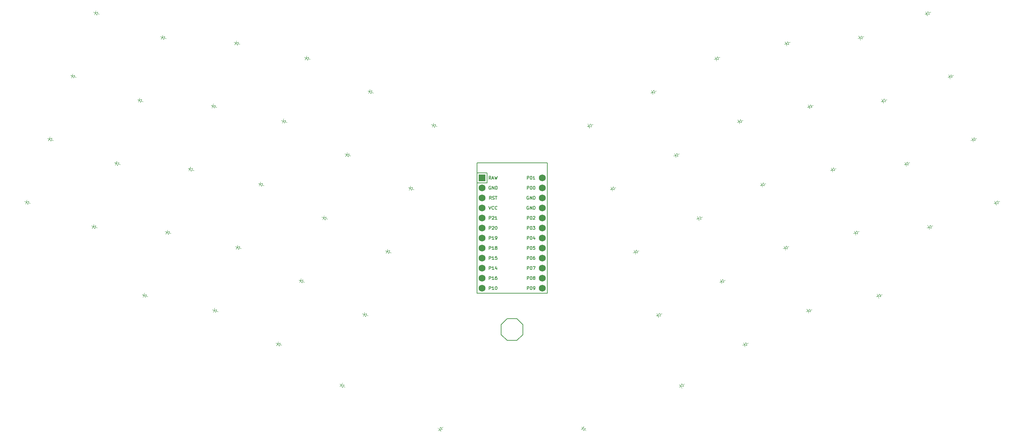
<source format=gbr>
%TF.GenerationSoftware,KiCad,Pcbnew,9.0.1*%
%TF.CreationDate,2025-04-16T06:47:59+07:00*%
%TF.ProjectId,tutorial,7475746f-7269-4616-9c2e-6b696361645f,v1.0.0*%
%TF.SameCoordinates,Original*%
%TF.FileFunction,Legend,Top*%
%TF.FilePolarity,Positive*%
%FSLAX46Y46*%
G04 Gerber Fmt 4.6, Leading zero omitted, Abs format (unit mm)*
G04 Created by KiCad (PCBNEW 9.0.1) date 2025-04-16 06:47:59*
%MOMM*%
%LPD*%
G01*
G04 APERTURE LIST*
%ADD10C,0.150000*%
%ADD11C,0.100000*%
%ADD12C,1.752600*%
%ADD13R,1.752600X1.752600*%
G04 APERTURE END LIST*
D10*
X190813668Y-145025511D02*
X190813668Y-144225511D01*
X190813668Y-144225511D02*
X191118430Y-144225511D01*
X191118430Y-144225511D02*
X191194620Y-144263606D01*
X191194620Y-144263606D02*
X191232715Y-144301701D01*
X191232715Y-144301701D02*
X191270811Y-144377892D01*
X191270811Y-144377892D02*
X191270811Y-144492177D01*
X191270811Y-144492177D02*
X191232715Y-144568368D01*
X191232715Y-144568368D02*
X191194620Y-144606463D01*
X191194620Y-144606463D02*
X191118430Y-144644558D01*
X191118430Y-144644558D02*
X190813668Y-144644558D01*
X191766049Y-144225511D02*
X191842239Y-144225511D01*
X191842239Y-144225511D02*
X191918430Y-144263606D01*
X191918430Y-144263606D02*
X191956525Y-144301701D01*
X191956525Y-144301701D02*
X191994620Y-144377892D01*
X191994620Y-144377892D02*
X192032715Y-144530273D01*
X192032715Y-144530273D02*
X192032715Y-144720749D01*
X192032715Y-144720749D02*
X191994620Y-144873130D01*
X191994620Y-144873130D02*
X191956525Y-144949320D01*
X191956525Y-144949320D02*
X191918430Y-144987416D01*
X191918430Y-144987416D02*
X191842239Y-145025511D01*
X191842239Y-145025511D02*
X191766049Y-145025511D01*
X191766049Y-145025511D02*
X191689858Y-144987416D01*
X191689858Y-144987416D02*
X191651763Y-144949320D01*
X191651763Y-144949320D02*
X191613668Y-144873130D01*
X191613668Y-144873130D02*
X191575572Y-144720749D01*
X191575572Y-144720749D02*
X191575572Y-144530273D01*
X191575572Y-144530273D02*
X191613668Y-144377892D01*
X191613668Y-144377892D02*
X191651763Y-144301701D01*
X191651763Y-144301701D02*
X191689858Y-144263606D01*
X191689858Y-144263606D02*
X191766049Y-144225511D01*
X192299382Y-144225511D02*
X192794620Y-144225511D01*
X192794620Y-144225511D02*
X192527954Y-144530273D01*
X192527954Y-144530273D02*
X192642239Y-144530273D01*
X192642239Y-144530273D02*
X192718430Y-144568368D01*
X192718430Y-144568368D02*
X192756525Y-144606463D01*
X192756525Y-144606463D02*
X192794620Y-144682654D01*
X192794620Y-144682654D02*
X192794620Y-144873130D01*
X192794620Y-144873130D02*
X192756525Y-144949320D01*
X192756525Y-144949320D02*
X192718430Y-144987416D01*
X192718430Y-144987416D02*
X192642239Y-145025511D01*
X192642239Y-145025511D02*
X192413668Y-145025511D01*
X192413668Y-145025511D02*
X192337477Y-144987416D01*
X192337477Y-144987416D02*
X192299382Y-144949320D01*
X190813667Y-160265511D02*
X190813667Y-159465511D01*
X190813667Y-159465511D02*
X191118429Y-159465511D01*
X191118429Y-159465511D02*
X191194619Y-159503606D01*
X191194619Y-159503606D02*
X191232714Y-159541701D01*
X191232714Y-159541701D02*
X191270810Y-159617892D01*
X191270810Y-159617892D02*
X191270810Y-159732177D01*
X191270810Y-159732177D02*
X191232714Y-159808368D01*
X191232714Y-159808368D02*
X191194619Y-159846463D01*
X191194619Y-159846463D02*
X191118429Y-159884558D01*
X191118429Y-159884558D02*
X190813667Y-159884558D01*
X191766048Y-159465511D02*
X191842238Y-159465511D01*
X191842238Y-159465511D02*
X191918429Y-159503606D01*
X191918429Y-159503606D02*
X191956524Y-159541701D01*
X191956524Y-159541701D02*
X191994619Y-159617892D01*
X191994619Y-159617892D02*
X192032714Y-159770273D01*
X192032714Y-159770273D02*
X192032714Y-159960749D01*
X192032714Y-159960749D02*
X191994619Y-160113130D01*
X191994619Y-160113130D02*
X191956524Y-160189320D01*
X191956524Y-160189320D02*
X191918429Y-160227416D01*
X191918429Y-160227416D02*
X191842238Y-160265511D01*
X191842238Y-160265511D02*
X191766048Y-160265511D01*
X191766048Y-160265511D02*
X191689857Y-160227416D01*
X191689857Y-160227416D02*
X191651762Y-160189320D01*
X191651762Y-160189320D02*
X191613667Y-160113130D01*
X191613667Y-160113130D02*
X191575571Y-159960749D01*
X191575571Y-159960749D02*
X191575571Y-159770273D01*
X191575571Y-159770273D02*
X191613667Y-159617892D01*
X191613667Y-159617892D02*
X191651762Y-159541701D01*
X191651762Y-159541701D02*
X191689857Y-159503606D01*
X191689857Y-159503606D02*
X191766048Y-159465511D01*
X192413667Y-160265511D02*
X192566048Y-160265511D01*
X192566048Y-160265511D02*
X192642238Y-160227416D01*
X192642238Y-160227416D02*
X192680334Y-160189320D01*
X192680334Y-160189320D02*
X192756524Y-160075035D01*
X192756524Y-160075035D02*
X192794619Y-159922654D01*
X192794619Y-159922654D02*
X192794619Y-159617892D01*
X192794619Y-159617892D02*
X192756524Y-159541701D01*
X192756524Y-159541701D02*
X192718429Y-159503606D01*
X192718429Y-159503606D02*
X192642238Y-159465511D01*
X192642238Y-159465511D02*
X192489857Y-159465511D01*
X192489857Y-159465511D02*
X192413667Y-159503606D01*
X192413667Y-159503606D02*
X192375572Y-159541701D01*
X192375572Y-159541701D02*
X192337476Y-159617892D01*
X192337476Y-159617892D02*
X192337476Y-159808368D01*
X192337476Y-159808368D02*
X192375572Y-159884558D01*
X192375572Y-159884558D02*
X192413667Y-159922654D01*
X192413667Y-159922654D02*
X192489857Y-159960749D01*
X192489857Y-159960749D02*
X192642238Y-159960749D01*
X192642238Y-159960749D02*
X192718429Y-159922654D01*
X192718429Y-159922654D02*
X192756524Y-159884558D01*
X192756524Y-159884558D02*
X192794619Y-159808368D01*
X181213671Y-142485516D02*
X181213671Y-141685516D01*
X181213671Y-141685516D02*
X181518433Y-141685516D01*
X181518433Y-141685516D02*
X181594623Y-141723611D01*
X181594623Y-141723611D02*
X181632718Y-141761706D01*
X181632718Y-141761706D02*
X181670814Y-141837897D01*
X181670814Y-141837897D02*
X181670814Y-141952182D01*
X181670814Y-141952182D02*
X181632718Y-142028373D01*
X181632718Y-142028373D02*
X181594623Y-142066468D01*
X181594623Y-142066468D02*
X181518433Y-142104563D01*
X181518433Y-142104563D02*
X181213671Y-142104563D01*
X181975575Y-141761706D02*
X182013671Y-141723611D01*
X182013671Y-141723611D02*
X182089861Y-141685516D01*
X182089861Y-141685516D02*
X182280337Y-141685516D01*
X182280337Y-141685516D02*
X182356528Y-141723611D01*
X182356528Y-141723611D02*
X182394623Y-141761706D01*
X182394623Y-141761706D02*
X182432718Y-141837897D01*
X182432718Y-141837897D02*
X182432718Y-141914087D01*
X182432718Y-141914087D02*
X182394623Y-142028373D01*
X182394623Y-142028373D02*
X181937480Y-142485516D01*
X181937480Y-142485516D02*
X182432718Y-142485516D01*
X183194623Y-142485516D02*
X182737480Y-142485516D01*
X182966052Y-142485516D02*
X182966052Y-141685516D01*
X182966052Y-141685516D02*
X182889861Y-141799801D01*
X182889861Y-141799801D02*
X182813671Y-141875992D01*
X182813671Y-141875992D02*
X182737480Y-141914087D01*
X181575569Y-134103614D02*
X181499379Y-134065519D01*
X181499379Y-134065519D02*
X181385093Y-134065519D01*
X181385093Y-134065519D02*
X181270807Y-134103614D01*
X181270807Y-134103614D02*
X181194617Y-134179804D01*
X181194617Y-134179804D02*
X181156522Y-134255995D01*
X181156522Y-134255995D02*
X181118426Y-134408376D01*
X181118426Y-134408376D02*
X181118426Y-134522662D01*
X181118426Y-134522662D02*
X181156522Y-134675043D01*
X181156522Y-134675043D02*
X181194617Y-134751233D01*
X181194617Y-134751233D02*
X181270807Y-134827424D01*
X181270807Y-134827424D02*
X181385093Y-134865519D01*
X181385093Y-134865519D02*
X181461284Y-134865519D01*
X181461284Y-134865519D02*
X181575569Y-134827424D01*
X181575569Y-134827424D02*
X181613665Y-134789328D01*
X181613665Y-134789328D02*
X181613665Y-134522662D01*
X181613665Y-134522662D02*
X181461284Y-134522662D01*
X181956522Y-134865519D02*
X181956522Y-134065519D01*
X181956522Y-134065519D02*
X182413665Y-134865519D01*
X182413665Y-134865519D02*
X182413665Y-134065519D01*
X182794617Y-134865519D02*
X182794617Y-134065519D01*
X182794617Y-134065519D02*
X182985093Y-134065519D01*
X182985093Y-134065519D02*
X183099379Y-134103614D01*
X183099379Y-134103614D02*
X183175569Y-134179804D01*
X183175569Y-134179804D02*
X183213664Y-134255995D01*
X183213664Y-134255995D02*
X183251760Y-134408376D01*
X183251760Y-134408376D02*
X183251760Y-134522662D01*
X183251760Y-134522662D02*
X183213664Y-134675043D01*
X183213664Y-134675043D02*
X183175569Y-134751233D01*
X183175569Y-134751233D02*
X183099379Y-134827424D01*
X183099379Y-134827424D02*
X182985093Y-134865519D01*
X182985093Y-134865519D02*
X182794617Y-134865519D01*
X181632715Y-132325517D02*
X181366048Y-131944564D01*
X181175572Y-132325517D02*
X181175572Y-131525517D01*
X181175572Y-131525517D02*
X181480334Y-131525517D01*
X181480334Y-131525517D02*
X181556524Y-131563612D01*
X181556524Y-131563612D02*
X181594619Y-131601707D01*
X181594619Y-131601707D02*
X181632715Y-131677898D01*
X181632715Y-131677898D02*
X181632715Y-131792183D01*
X181632715Y-131792183D02*
X181594619Y-131868374D01*
X181594619Y-131868374D02*
X181556524Y-131906469D01*
X181556524Y-131906469D02*
X181480334Y-131944564D01*
X181480334Y-131944564D02*
X181175572Y-131944564D01*
X181937476Y-132096945D02*
X182318429Y-132096945D01*
X181861286Y-132325517D02*
X182127953Y-131525517D01*
X182127953Y-131525517D02*
X182394619Y-132325517D01*
X182585095Y-131525517D02*
X182775571Y-132325517D01*
X182775571Y-132325517D02*
X182927952Y-131754088D01*
X182927952Y-131754088D02*
X183080333Y-132325517D01*
X183080333Y-132325517D02*
X183270810Y-131525517D01*
X190813668Y-155185512D02*
X190813668Y-154385512D01*
X190813668Y-154385512D02*
X191118430Y-154385512D01*
X191118430Y-154385512D02*
X191194620Y-154423607D01*
X191194620Y-154423607D02*
X191232715Y-154461702D01*
X191232715Y-154461702D02*
X191270811Y-154537893D01*
X191270811Y-154537893D02*
X191270811Y-154652178D01*
X191270811Y-154652178D02*
X191232715Y-154728369D01*
X191232715Y-154728369D02*
X191194620Y-154766464D01*
X191194620Y-154766464D02*
X191118430Y-154804559D01*
X191118430Y-154804559D02*
X190813668Y-154804559D01*
X191766049Y-154385512D02*
X191842239Y-154385512D01*
X191842239Y-154385512D02*
X191918430Y-154423607D01*
X191918430Y-154423607D02*
X191956525Y-154461702D01*
X191956525Y-154461702D02*
X191994620Y-154537893D01*
X191994620Y-154537893D02*
X192032715Y-154690274D01*
X192032715Y-154690274D02*
X192032715Y-154880750D01*
X192032715Y-154880750D02*
X191994620Y-155033131D01*
X191994620Y-155033131D02*
X191956525Y-155109321D01*
X191956525Y-155109321D02*
X191918430Y-155147417D01*
X191918430Y-155147417D02*
X191842239Y-155185512D01*
X191842239Y-155185512D02*
X191766049Y-155185512D01*
X191766049Y-155185512D02*
X191689858Y-155147417D01*
X191689858Y-155147417D02*
X191651763Y-155109321D01*
X191651763Y-155109321D02*
X191613668Y-155033131D01*
X191613668Y-155033131D02*
X191575572Y-154880750D01*
X191575572Y-154880750D02*
X191575572Y-154690274D01*
X191575572Y-154690274D02*
X191613668Y-154537893D01*
X191613668Y-154537893D02*
X191651763Y-154461702D01*
X191651763Y-154461702D02*
X191689858Y-154423607D01*
X191689858Y-154423607D02*
X191766049Y-154385512D01*
X192299382Y-154385512D02*
X192832716Y-154385512D01*
X192832716Y-154385512D02*
X192489858Y-155185512D01*
X181213666Y-147565517D02*
X181213666Y-146765517D01*
X181213666Y-146765517D02*
X181518428Y-146765517D01*
X181518428Y-146765517D02*
X181594618Y-146803612D01*
X181594618Y-146803612D02*
X181632713Y-146841707D01*
X181632713Y-146841707D02*
X181670809Y-146917898D01*
X181670809Y-146917898D02*
X181670809Y-147032183D01*
X181670809Y-147032183D02*
X181632713Y-147108374D01*
X181632713Y-147108374D02*
X181594618Y-147146469D01*
X181594618Y-147146469D02*
X181518428Y-147184564D01*
X181518428Y-147184564D02*
X181213666Y-147184564D01*
X182432713Y-147565517D02*
X181975570Y-147565517D01*
X182204142Y-147565517D02*
X182204142Y-146765517D01*
X182204142Y-146765517D02*
X182127951Y-146879802D01*
X182127951Y-146879802D02*
X182051761Y-146955993D01*
X182051761Y-146955993D02*
X181975570Y-146994088D01*
X182813666Y-147565517D02*
X182966047Y-147565517D01*
X182966047Y-147565517D02*
X183042237Y-147527422D01*
X183042237Y-147527422D02*
X183080333Y-147489326D01*
X183080333Y-147489326D02*
X183156523Y-147375041D01*
X183156523Y-147375041D02*
X183194618Y-147222660D01*
X183194618Y-147222660D02*
X183194618Y-146917898D01*
X183194618Y-146917898D02*
X183156523Y-146841707D01*
X183156523Y-146841707D02*
X183118428Y-146803612D01*
X183118428Y-146803612D02*
X183042237Y-146765517D01*
X183042237Y-146765517D02*
X182889856Y-146765517D01*
X182889856Y-146765517D02*
X182813666Y-146803612D01*
X182813666Y-146803612D02*
X182775571Y-146841707D01*
X182775571Y-146841707D02*
X182737475Y-146917898D01*
X182737475Y-146917898D02*
X182737475Y-147108374D01*
X182737475Y-147108374D02*
X182775571Y-147184564D01*
X182775571Y-147184564D02*
X182813666Y-147222660D01*
X182813666Y-147222660D02*
X182889856Y-147260755D01*
X182889856Y-147260755D02*
X183042237Y-147260755D01*
X183042237Y-147260755D02*
X183118428Y-147222660D01*
X183118428Y-147222660D02*
X183156523Y-147184564D01*
X183156523Y-147184564D02*
X183194618Y-147108374D01*
X181213664Y-160265518D02*
X181213664Y-159465518D01*
X181213664Y-159465518D02*
X181518426Y-159465518D01*
X181518426Y-159465518D02*
X181594616Y-159503613D01*
X181594616Y-159503613D02*
X181632711Y-159541708D01*
X181632711Y-159541708D02*
X181670807Y-159617899D01*
X181670807Y-159617899D02*
X181670807Y-159732184D01*
X181670807Y-159732184D02*
X181632711Y-159808375D01*
X181632711Y-159808375D02*
X181594616Y-159846470D01*
X181594616Y-159846470D02*
X181518426Y-159884565D01*
X181518426Y-159884565D02*
X181213664Y-159884565D01*
X182432711Y-160265518D02*
X181975568Y-160265518D01*
X182204140Y-160265518D02*
X182204140Y-159465518D01*
X182204140Y-159465518D02*
X182127949Y-159579803D01*
X182127949Y-159579803D02*
X182051759Y-159655994D01*
X182051759Y-159655994D02*
X181975568Y-159694089D01*
X182927950Y-159465518D02*
X183004140Y-159465518D01*
X183004140Y-159465518D02*
X183080331Y-159503613D01*
X183080331Y-159503613D02*
X183118426Y-159541708D01*
X183118426Y-159541708D02*
X183156521Y-159617899D01*
X183156521Y-159617899D02*
X183194616Y-159770280D01*
X183194616Y-159770280D02*
X183194616Y-159960756D01*
X183194616Y-159960756D02*
X183156521Y-160113137D01*
X183156521Y-160113137D02*
X183118426Y-160189327D01*
X183118426Y-160189327D02*
X183080331Y-160227423D01*
X183080331Y-160227423D02*
X183004140Y-160265518D01*
X183004140Y-160265518D02*
X182927950Y-160265518D01*
X182927950Y-160265518D02*
X182851759Y-160227423D01*
X182851759Y-160227423D02*
X182813664Y-160189327D01*
X182813664Y-160189327D02*
X182775569Y-160113137D01*
X182775569Y-160113137D02*
X182737473Y-159960756D01*
X182737473Y-159960756D02*
X182737473Y-159770280D01*
X182737473Y-159770280D02*
X182775569Y-159617899D01*
X182775569Y-159617899D02*
X182813664Y-159541708D01*
X182813664Y-159541708D02*
X182851759Y-159503613D01*
X182851759Y-159503613D02*
X182927950Y-159465518D01*
X191175570Y-136643611D02*
X191099380Y-136605516D01*
X191099380Y-136605516D02*
X190985094Y-136605516D01*
X190985094Y-136605516D02*
X190870808Y-136643611D01*
X190870808Y-136643611D02*
X190794618Y-136719801D01*
X190794618Y-136719801D02*
X190756523Y-136795992D01*
X190756523Y-136795992D02*
X190718427Y-136948373D01*
X190718427Y-136948373D02*
X190718427Y-137062659D01*
X190718427Y-137062659D02*
X190756523Y-137215040D01*
X190756523Y-137215040D02*
X190794618Y-137291230D01*
X190794618Y-137291230D02*
X190870808Y-137367421D01*
X190870808Y-137367421D02*
X190985094Y-137405516D01*
X190985094Y-137405516D02*
X191061285Y-137405516D01*
X191061285Y-137405516D02*
X191175570Y-137367421D01*
X191175570Y-137367421D02*
X191213666Y-137329325D01*
X191213666Y-137329325D02*
X191213666Y-137062659D01*
X191213666Y-137062659D02*
X191061285Y-137062659D01*
X191556523Y-137405516D02*
X191556523Y-136605516D01*
X191556523Y-136605516D02*
X192013666Y-137405516D01*
X192013666Y-137405516D02*
X192013666Y-136605516D01*
X192394618Y-137405516D02*
X192394618Y-136605516D01*
X192394618Y-136605516D02*
X192585094Y-136605516D01*
X192585094Y-136605516D02*
X192699380Y-136643611D01*
X192699380Y-136643611D02*
X192775570Y-136719801D01*
X192775570Y-136719801D02*
X192813665Y-136795992D01*
X192813665Y-136795992D02*
X192851761Y-136948373D01*
X192851761Y-136948373D02*
X192851761Y-137062659D01*
X192851761Y-137062659D02*
X192813665Y-137215040D01*
X192813665Y-137215040D02*
X192775570Y-137291230D01*
X192775570Y-137291230D02*
X192699380Y-137367421D01*
X192699380Y-137367421D02*
X192585094Y-137405516D01*
X192585094Y-137405516D02*
X192394618Y-137405516D01*
X190813670Y-157725509D02*
X190813670Y-156925509D01*
X190813670Y-156925509D02*
X191118432Y-156925509D01*
X191118432Y-156925509D02*
X191194622Y-156963604D01*
X191194622Y-156963604D02*
X191232717Y-157001699D01*
X191232717Y-157001699D02*
X191270813Y-157077890D01*
X191270813Y-157077890D02*
X191270813Y-157192175D01*
X191270813Y-157192175D02*
X191232717Y-157268366D01*
X191232717Y-157268366D02*
X191194622Y-157306461D01*
X191194622Y-157306461D02*
X191118432Y-157344556D01*
X191118432Y-157344556D02*
X190813670Y-157344556D01*
X191766051Y-156925509D02*
X191842241Y-156925509D01*
X191842241Y-156925509D02*
X191918432Y-156963604D01*
X191918432Y-156963604D02*
X191956527Y-157001699D01*
X191956527Y-157001699D02*
X191994622Y-157077890D01*
X191994622Y-157077890D02*
X192032717Y-157230271D01*
X192032717Y-157230271D02*
X192032717Y-157420747D01*
X192032717Y-157420747D02*
X191994622Y-157573128D01*
X191994622Y-157573128D02*
X191956527Y-157649318D01*
X191956527Y-157649318D02*
X191918432Y-157687414D01*
X191918432Y-157687414D02*
X191842241Y-157725509D01*
X191842241Y-157725509D02*
X191766051Y-157725509D01*
X191766051Y-157725509D02*
X191689860Y-157687414D01*
X191689860Y-157687414D02*
X191651765Y-157649318D01*
X191651765Y-157649318D02*
X191613670Y-157573128D01*
X191613670Y-157573128D02*
X191575574Y-157420747D01*
X191575574Y-157420747D02*
X191575574Y-157230271D01*
X191575574Y-157230271D02*
X191613670Y-157077890D01*
X191613670Y-157077890D02*
X191651765Y-157001699D01*
X191651765Y-157001699D02*
X191689860Y-156963604D01*
X191689860Y-156963604D02*
X191766051Y-156925509D01*
X192489860Y-157268366D02*
X192413670Y-157230271D01*
X192413670Y-157230271D02*
X192375575Y-157192175D01*
X192375575Y-157192175D02*
X192337479Y-157115985D01*
X192337479Y-157115985D02*
X192337479Y-157077890D01*
X192337479Y-157077890D02*
X192375575Y-157001699D01*
X192375575Y-157001699D02*
X192413670Y-156963604D01*
X192413670Y-156963604D02*
X192489860Y-156925509D01*
X192489860Y-156925509D02*
X192642241Y-156925509D01*
X192642241Y-156925509D02*
X192718432Y-156963604D01*
X192718432Y-156963604D02*
X192756527Y-157001699D01*
X192756527Y-157001699D02*
X192794622Y-157077890D01*
X192794622Y-157077890D02*
X192794622Y-157115985D01*
X192794622Y-157115985D02*
X192756527Y-157192175D01*
X192756527Y-157192175D02*
X192718432Y-157230271D01*
X192718432Y-157230271D02*
X192642241Y-157268366D01*
X192642241Y-157268366D02*
X192489860Y-157268366D01*
X192489860Y-157268366D02*
X192413670Y-157306461D01*
X192413670Y-157306461D02*
X192375575Y-157344556D01*
X192375575Y-157344556D02*
X192337479Y-157420747D01*
X192337479Y-157420747D02*
X192337479Y-157573128D01*
X192337479Y-157573128D02*
X192375575Y-157649318D01*
X192375575Y-157649318D02*
X192413670Y-157687414D01*
X192413670Y-157687414D02*
X192489860Y-157725509D01*
X192489860Y-157725509D02*
X192642241Y-157725509D01*
X192642241Y-157725509D02*
X192718432Y-157687414D01*
X192718432Y-157687414D02*
X192756527Y-157649318D01*
X192756527Y-157649318D02*
X192794622Y-157573128D01*
X192794622Y-157573128D02*
X192794622Y-157420747D01*
X192794622Y-157420747D02*
X192756527Y-157344556D01*
X192756527Y-157344556D02*
X192718432Y-157306461D01*
X192718432Y-157306461D02*
X192642241Y-157268366D01*
X190813672Y-134865509D02*
X190813672Y-134065509D01*
X190813672Y-134065509D02*
X191118434Y-134065509D01*
X191118434Y-134065509D02*
X191194624Y-134103604D01*
X191194624Y-134103604D02*
X191232719Y-134141699D01*
X191232719Y-134141699D02*
X191270815Y-134217890D01*
X191270815Y-134217890D02*
X191270815Y-134332175D01*
X191270815Y-134332175D02*
X191232719Y-134408366D01*
X191232719Y-134408366D02*
X191194624Y-134446461D01*
X191194624Y-134446461D02*
X191118434Y-134484556D01*
X191118434Y-134484556D02*
X190813672Y-134484556D01*
X191766053Y-134065509D02*
X191842243Y-134065509D01*
X191842243Y-134065509D02*
X191918434Y-134103604D01*
X191918434Y-134103604D02*
X191956529Y-134141699D01*
X191956529Y-134141699D02*
X191994624Y-134217890D01*
X191994624Y-134217890D02*
X192032719Y-134370271D01*
X192032719Y-134370271D02*
X192032719Y-134560747D01*
X192032719Y-134560747D02*
X191994624Y-134713128D01*
X191994624Y-134713128D02*
X191956529Y-134789318D01*
X191956529Y-134789318D02*
X191918434Y-134827414D01*
X191918434Y-134827414D02*
X191842243Y-134865509D01*
X191842243Y-134865509D02*
X191766053Y-134865509D01*
X191766053Y-134865509D02*
X191689862Y-134827414D01*
X191689862Y-134827414D02*
X191651767Y-134789318D01*
X191651767Y-134789318D02*
X191613672Y-134713128D01*
X191613672Y-134713128D02*
X191575576Y-134560747D01*
X191575576Y-134560747D02*
X191575576Y-134370271D01*
X191575576Y-134370271D02*
X191613672Y-134217890D01*
X191613672Y-134217890D02*
X191651767Y-134141699D01*
X191651767Y-134141699D02*
X191689862Y-134103604D01*
X191689862Y-134103604D02*
X191766053Y-134065509D01*
X192527958Y-134065509D02*
X192604148Y-134065509D01*
X192604148Y-134065509D02*
X192680339Y-134103604D01*
X192680339Y-134103604D02*
X192718434Y-134141699D01*
X192718434Y-134141699D02*
X192756529Y-134217890D01*
X192756529Y-134217890D02*
X192794624Y-134370271D01*
X192794624Y-134370271D02*
X192794624Y-134560747D01*
X192794624Y-134560747D02*
X192756529Y-134713128D01*
X192756529Y-134713128D02*
X192718434Y-134789318D01*
X192718434Y-134789318D02*
X192680339Y-134827414D01*
X192680339Y-134827414D02*
X192604148Y-134865509D01*
X192604148Y-134865509D02*
X192527958Y-134865509D01*
X192527958Y-134865509D02*
X192451767Y-134827414D01*
X192451767Y-134827414D02*
X192413672Y-134789318D01*
X192413672Y-134789318D02*
X192375577Y-134713128D01*
X192375577Y-134713128D02*
X192337481Y-134560747D01*
X192337481Y-134560747D02*
X192337481Y-134370271D01*
X192337481Y-134370271D02*
X192375577Y-134217890D01*
X192375577Y-134217890D02*
X192413672Y-134141699D01*
X192413672Y-134141699D02*
X192451767Y-134103604D01*
X192451767Y-134103604D02*
X192527958Y-134065509D01*
X190813668Y-142485519D02*
X190813668Y-141685519D01*
X190813668Y-141685519D02*
X191118430Y-141685519D01*
X191118430Y-141685519D02*
X191194620Y-141723614D01*
X191194620Y-141723614D02*
X191232715Y-141761709D01*
X191232715Y-141761709D02*
X191270811Y-141837900D01*
X191270811Y-141837900D02*
X191270811Y-141952185D01*
X191270811Y-141952185D02*
X191232715Y-142028376D01*
X191232715Y-142028376D02*
X191194620Y-142066471D01*
X191194620Y-142066471D02*
X191118430Y-142104566D01*
X191118430Y-142104566D02*
X190813668Y-142104566D01*
X191766049Y-141685519D02*
X191842239Y-141685519D01*
X191842239Y-141685519D02*
X191918430Y-141723614D01*
X191918430Y-141723614D02*
X191956525Y-141761709D01*
X191956525Y-141761709D02*
X191994620Y-141837900D01*
X191994620Y-141837900D02*
X192032715Y-141990281D01*
X192032715Y-141990281D02*
X192032715Y-142180757D01*
X192032715Y-142180757D02*
X191994620Y-142333138D01*
X191994620Y-142333138D02*
X191956525Y-142409328D01*
X191956525Y-142409328D02*
X191918430Y-142447424D01*
X191918430Y-142447424D02*
X191842239Y-142485519D01*
X191842239Y-142485519D02*
X191766049Y-142485519D01*
X191766049Y-142485519D02*
X191689858Y-142447424D01*
X191689858Y-142447424D02*
X191651763Y-142409328D01*
X191651763Y-142409328D02*
X191613668Y-142333138D01*
X191613668Y-142333138D02*
X191575572Y-142180757D01*
X191575572Y-142180757D02*
X191575572Y-141990281D01*
X191575572Y-141990281D02*
X191613668Y-141837900D01*
X191613668Y-141837900D02*
X191651763Y-141761709D01*
X191651763Y-141761709D02*
X191689858Y-141723614D01*
X191689858Y-141723614D02*
X191766049Y-141685519D01*
X192337477Y-141761709D02*
X192375573Y-141723614D01*
X192375573Y-141723614D02*
X192451763Y-141685519D01*
X192451763Y-141685519D02*
X192642239Y-141685519D01*
X192642239Y-141685519D02*
X192718430Y-141723614D01*
X192718430Y-141723614D02*
X192756525Y-141761709D01*
X192756525Y-141761709D02*
X192794620Y-141837900D01*
X192794620Y-141837900D02*
X192794620Y-141914090D01*
X192794620Y-141914090D02*
X192756525Y-142028376D01*
X192756525Y-142028376D02*
X192299382Y-142485519D01*
X192299382Y-142485519D02*
X192794620Y-142485519D01*
X190813668Y-152645516D02*
X190813668Y-151845516D01*
X190813668Y-151845516D02*
X191118430Y-151845516D01*
X191118430Y-151845516D02*
X191194620Y-151883611D01*
X191194620Y-151883611D02*
X191232715Y-151921706D01*
X191232715Y-151921706D02*
X191270811Y-151997897D01*
X191270811Y-151997897D02*
X191270811Y-152112182D01*
X191270811Y-152112182D02*
X191232715Y-152188373D01*
X191232715Y-152188373D02*
X191194620Y-152226468D01*
X191194620Y-152226468D02*
X191118430Y-152264563D01*
X191118430Y-152264563D02*
X190813668Y-152264563D01*
X191766049Y-151845516D02*
X191842239Y-151845516D01*
X191842239Y-151845516D02*
X191918430Y-151883611D01*
X191918430Y-151883611D02*
X191956525Y-151921706D01*
X191956525Y-151921706D02*
X191994620Y-151997897D01*
X191994620Y-151997897D02*
X192032715Y-152150278D01*
X192032715Y-152150278D02*
X192032715Y-152340754D01*
X192032715Y-152340754D02*
X191994620Y-152493135D01*
X191994620Y-152493135D02*
X191956525Y-152569325D01*
X191956525Y-152569325D02*
X191918430Y-152607421D01*
X191918430Y-152607421D02*
X191842239Y-152645516D01*
X191842239Y-152645516D02*
X191766049Y-152645516D01*
X191766049Y-152645516D02*
X191689858Y-152607421D01*
X191689858Y-152607421D02*
X191651763Y-152569325D01*
X191651763Y-152569325D02*
X191613668Y-152493135D01*
X191613668Y-152493135D02*
X191575572Y-152340754D01*
X191575572Y-152340754D02*
X191575572Y-152150278D01*
X191575572Y-152150278D02*
X191613668Y-151997897D01*
X191613668Y-151997897D02*
X191651763Y-151921706D01*
X191651763Y-151921706D02*
X191689858Y-151883611D01*
X191689858Y-151883611D02*
X191766049Y-151845516D01*
X192718430Y-151845516D02*
X192566049Y-151845516D01*
X192566049Y-151845516D02*
X192489858Y-151883611D01*
X192489858Y-151883611D02*
X192451763Y-151921706D01*
X192451763Y-151921706D02*
X192375573Y-152035992D01*
X192375573Y-152035992D02*
X192337477Y-152188373D01*
X192337477Y-152188373D02*
X192337477Y-152493135D01*
X192337477Y-152493135D02*
X192375573Y-152569325D01*
X192375573Y-152569325D02*
X192413668Y-152607421D01*
X192413668Y-152607421D02*
X192489858Y-152645516D01*
X192489858Y-152645516D02*
X192642239Y-152645516D01*
X192642239Y-152645516D02*
X192718430Y-152607421D01*
X192718430Y-152607421D02*
X192756525Y-152569325D01*
X192756525Y-152569325D02*
X192794620Y-152493135D01*
X192794620Y-152493135D02*
X192794620Y-152302659D01*
X192794620Y-152302659D02*
X192756525Y-152226468D01*
X192756525Y-152226468D02*
X192718430Y-152188373D01*
X192718430Y-152188373D02*
X192642239Y-152150278D01*
X192642239Y-152150278D02*
X192489858Y-152150278D01*
X192489858Y-152150278D02*
X192413668Y-152188373D01*
X192413668Y-152188373D02*
X192375573Y-152226468D01*
X192375573Y-152226468D02*
X192337477Y-152302659D01*
X181747000Y-137405516D02*
X181480333Y-137024563D01*
X181289857Y-137405516D02*
X181289857Y-136605516D01*
X181289857Y-136605516D02*
X181594619Y-136605516D01*
X181594619Y-136605516D02*
X181670809Y-136643611D01*
X181670809Y-136643611D02*
X181708904Y-136681706D01*
X181708904Y-136681706D02*
X181747000Y-136757897D01*
X181747000Y-136757897D02*
X181747000Y-136872182D01*
X181747000Y-136872182D02*
X181708904Y-136948373D01*
X181708904Y-136948373D02*
X181670809Y-136986468D01*
X181670809Y-136986468D02*
X181594619Y-137024563D01*
X181594619Y-137024563D02*
X181289857Y-137024563D01*
X182051761Y-137367421D02*
X182166047Y-137405516D01*
X182166047Y-137405516D02*
X182356523Y-137405516D01*
X182356523Y-137405516D02*
X182432714Y-137367421D01*
X182432714Y-137367421D02*
X182470809Y-137329325D01*
X182470809Y-137329325D02*
X182508904Y-137253135D01*
X182508904Y-137253135D02*
X182508904Y-137176944D01*
X182508904Y-137176944D02*
X182470809Y-137100754D01*
X182470809Y-137100754D02*
X182432714Y-137062659D01*
X182432714Y-137062659D02*
X182356523Y-137024563D01*
X182356523Y-137024563D02*
X182204142Y-136986468D01*
X182204142Y-136986468D02*
X182127952Y-136948373D01*
X182127952Y-136948373D02*
X182089857Y-136910278D01*
X182089857Y-136910278D02*
X182051761Y-136834087D01*
X182051761Y-136834087D02*
X182051761Y-136757897D01*
X182051761Y-136757897D02*
X182089857Y-136681706D01*
X182089857Y-136681706D02*
X182127952Y-136643611D01*
X182127952Y-136643611D02*
X182204142Y-136605516D01*
X182204142Y-136605516D02*
X182394619Y-136605516D01*
X182394619Y-136605516D02*
X182508904Y-136643611D01*
X182737476Y-136605516D02*
X183194619Y-136605516D01*
X182966047Y-137405516D02*
X182966047Y-136605516D01*
X190813663Y-150105512D02*
X190813663Y-149305512D01*
X190813663Y-149305512D02*
X191118425Y-149305512D01*
X191118425Y-149305512D02*
X191194615Y-149343607D01*
X191194615Y-149343607D02*
X191232710Y-149381702D01*
X191232710Y-149381702D02*
X191270806Y-149457893D01*
X191270806Y-149457893D02*
X191270806Y-149572178D01*
X191270806Y-149572178D02*
X191232710Y-149648369D01*
X191232710Y-149648369D02*
X191194615Y-149686464D01*
X191194615Y-149686464D02*
X191118425Y-149724559D01*
X191118425Y-149724559D02*
X190813663Y-149724559D01*
X191766044Y-149305512D02*
X191842234Y-149305512D01*
X191842234Y-149305512D02*
X191918425Y-149343607D01*
X191918425Y-149343607D02*
X191956520Y-149381702D01*
X191956520Y-149381702D02*
X191994615Y-149457893D01*
X191994615Y-149457893D02*
X192032710Y-149610274D01*
X192032710Y-149610274D02*
X192032710Y-149800750D01*
X192032710Y-149800750D02*
X191994615Y-149953131D01*
X191994615Y-149953131D02*
X191956520Y-150029321D01*
X191956520Y-150029321D02*
X191918425Y-150067417D01*
X191918425Y-150067417D02*
X191842234Y-150105512D01*
X191842234Y-150105512D02*
X191766044Y-150105512D01*
X191766044Y-150105512D02*
X191689853Y-150067417D01*
X191689853Y-150067417D02*
X191651758Y-150029321D01*
X191651758Y-150029321D02*
X191613663Y-149953131D01*
X191613663Y-149953131D02*
X191575567Y-149800750D01*
X191575567Y-149800750D02*
X191575567Y-149610274D01*
X191575567Y-149610274D02*
X191613663Y-149457893D01*
X191613663Y-149457893D02*
X191651758Y-149381702D01*
X191651758Y-149381702D02*
X191689853Y-149343607D01*
X191689853Y-149343607D02*
X191766044Y-149305512D01*
X192756520Y-149305512D02*
X192375568Y-149305512D01*
X192375568Y-149305512D02*
X192337472Y-149686464D01*
X192337472Y-149686464D02*
X192375568Y-149648369D01*
X192375568Y-149648369D02*
X192451758Y-149610274D01*
X192451758Y-149610274D02*
X192642234Y-149610274D01*
X192642234Y-149610274D02*
X192718425Y-149648369D01*
X192718425Y-149648369D02*
X192756520Y-149686464D01*
X192756520Y-149686464D02*
X192794615Y-149762655D01*
X192794615Y-149762655D02*
X192794615Y-149953131D01*
X192794615Y-149953131D02*
X192756520Y-150029321D01*
X192756520Y-150029321D02*
X192718425Y-150067417D01*
X192718425Y-150067417D02*
X192642234Y-150105512D01*
X192642234Y-150105512D02*
X192451758Y-150105512D01*
X192451758Y-150105512D02*
X192375568Y-150067417D01*
X192375568Y-150067417D02*
X192337472Y-150029321D01*
X181213665Y-145025516D02*
X181213665Y-144225516D01*
X181213665Y-144225516D02*
X181518427Y-144225516D01*
X181518427Y-144225516D02*
X181594617Y-144263611D01*
X181594617Y-144263611D02*
X181632712Y-144301706D01*
X181632712Y-144301706D02*
X181670808Y-144377897D01*
X181670808Y-144377897D02*
X181670808Y-144492182D01*
X181670808Y-144492182D02*
X181632712Y-144568373D01*
X181632712Y-144568373D02*
X181594617Y-144606468D01*
X181594617Y-144606468D02*
X181518427Y-144644563D01*
X181518427Y-144644563D02*
X181213665Y-144644563D01*
X181975569Y-144301706D02*
X182013665Y-144263611D01*
X182013665Y-144263611D02*
X182089855Y-144225516D01*
X182089855Y-144225516D02*
X182280331Y-144225516D01*
X182280331Y-144225516D02*
X182356522Y-144263611D01*
X182356522Y-144263611D02*
X182394617Y-144301706D01*
X182394617Y-144301706D02*
X182432712Y-144377897D01*
X182432712Y-144377897D02*
X182432712Y-144454087D01*
X182432712Y-144454087D02*
X182394617Y-144568373D01*
X182394617Y-144568373D02*
X181937474Y-145025516D01*
X181937474Y-145025516D02*
X182432712Y-145025516D01*
X182927951Y-144225516D02*
X183004141Y-144225516D01*
X183004141Y-144225516D02*
X183080332Y-144263611D01*
X183080332Y-144263611D02*
X183118427Y-144301706D01*
X183118427Y-144301706D02*
X183156522Y-144377897D01*
X183156522Y-144377897D02*
X183194617Y-144530278D01*
X183194617Y-144530278D02*
X183194617Y-144720754D01*
X183194617Y-144720754D02*
X183156522Y-144873135D01*
X183156522Y-144873135D02*
X183118427Y-144949325D01*
X183118427Y-144949325D02*
X183080332Y-144987421D01*
X183080332Y-144987421D02*
X183004141Y-145025516D01*
X183004141Y-145025516D02*
X182927951Y-145025516D01*
X182927951Y-145025516D02*
X182851760Y-144987421D01*
X182851760Y-144987421D02*
X182813665Y-144949325D01*
X182813665Y-144949325D02*
X182775570Y-144873135D01*
X182775570Y-144873135D02*
X182737474Y-144720754D01*
X182737474Y-144720754D02*
X182737474Y-144530278D01*
X182737474Y-144530278D02*
X182775570Y-144377897D01*
X182775570Y-144377897D02*
X182813665Y-144301706D01*
X182813665Y-144301706D02*
X182851760Y-144263611D01*
X182851760Y-144263611D02*
X182927951Y-144225516D01*
X181213662Y-157725519D02*
X181213662Y-156925519D01*
X181213662Y-156925519D02*
X181518424Y-156925519D01*
X181518424Y-156925519D02*
X181594614Y-156963614D01*
X181594614Y-156963614D02*
X181632709Y-157001709D01*
X181632709Y-157001709D02*
X181670805Y-157077900D01*
X181670805Y-157077900D02*
X181670805Y-157192185D01*
X181670805Y-157192185D02*
X181632709Y-157268376D01*
X181632709Y-157268376D02*
X181594614Y-157306471D01*
X181594614Y-157306471D02*
X181518424Y-157344566D01*
X181518424Y-157344566D02*
X181213662Y-157344566D01*
X182432709Y-157725519D02*
X181975566Y-157725519D01*
X182204138Y-157725519D02*
X182204138Y-156925519D01*
X182204138Y-156925519D02*
X182127947Y-157039804D01*
X182127947Y-157039804D02*
X182051757Y-157115995D01*
X182051757Y-157115995D02*
X181975566Y-157154090D01*
X183118424Y-156925519D02*
X182966043Y-156925519D01*
X182966043Y-156925519D02*
X182889852Y-156963614D01*
X182889852Y-156963614D02*
X182851757Y-157001709D01*
X182851757Y-157001709D02*
X182775567Y-157115995D01*
X182775567Y-157115995D02*
X182737471Y-157268376D01*
X182737471Y-157268376D02*
X182737471Y-157573138D01*
X182737471Y-157573138D02*
X182775567Y-157649328D01*
X182775567Y-157649328D02*
X182813662Y-157687424D01*
X182813662Y-157687424D02*
X182889852Y-157725519D01*
X182889852Y-157725519D02*
X183042233Y-157725519D01*
X183042233Y-157725519D02*
X183118424Y-157687424D01*
X183118424Y-157687424D02*
X183156519Y-157649328D01*
X183156519Y-157649328D02*
X183194614Y-157573138D01*
X183194614Y-157573138D02*
X183194614Y-157382662D01*
X183194614Y-157382662D02*
X183156519Y-157306471D01*
X183156519Y-157306471D02*
X183118424Y-157268376D01*
X183118424Y-157268376D02*
X183042233Y-157230281D01*
X183042233Y-157230281D02*
X182889852Y-157230281D01*
X182889852Y-157230281D02*
X182813662Y-157268376D01*
X182813662Y-157268376D02*
X182775567Y-157306471D01*
X182775567Y-157306471D02*
X182737471Y-157382662D01*
X191175574Y-139183611D02*
X191099384Y-139145516D01*
X191099384Y-139145516D02*
X190985098Y-139145516D01*
X190985098Y-139145516D02*
X190870812Y-139183611D01*
X190870812Y-139183611D02*
X190794622Y-139259801D01*
X190794622Y-139259801D02*
X190756527Y-139335992D01*
X190756527Y-139335992D02*
X190718431Y-139488373D01*
X190718431Y-139488373D02*
X190718431Y-139602659D01*
X190718431Y-139602659D02*
X190756527Y-139755040D01*
X190756527Y-139755040D02*
X190794622Y-139831230D01*
X190794622Y-139831230D02*
X190870812Y-139907421D01*
X190870812Y-139907421D02*
X190985098Y-139945516D01*
X190985098Y-139945516D02*
X191061289Y-139945516D01*
X191061289Y-139945516D02*
X191175574Y-139907421D01*
X191175574Y-139907421D02*
X191213670Y-139869325D01*
X191213670Y-139869325D02*
X191213670Y-139602659D01*
X191213670Y-139602659D02*
X191061289Y-139602659D01*
X191556527Y-139945516D02*
X191556527Y-139145516D01*
X191556527Y-139145516D02*
X192013670Y-139945516D01*
X192013670Y-139945516D02*
X192013670Y-139145516D01*
X192394622Y-139945516D02*
X192394622Y-139145516D01*
X192394622Y-139145516D02*
X192585098Y-139145516D01*
X192585098Y-139145516D02*
X192699384Y-139183611D01*
X192699384Y-139183611D02*
X192775574Y-139259801D01*
X192775574Y-139259801D02*
X192813669Y-139335992D01*
X192813669Y-139335992D02*
X192851765Y-139488373D01*
X192851765Y-139488373D02*
X192851765Y-139602659D01*
X192851765Y-139602659D02*
X192813669Y-139755040D01*
X192813669Y-139755040D02*
X192775574Y-139831230D01*
X192775574Y-139831230D02*
X192699384Y-139907421D01*
X192699384Y-139907421D02*
X192585098Y-139945516D01*
X192585098Y-139945516D02*
X192394622Y-139945516D01*
X181213666Y-150105509D02*
X181213666Y-149305509D01*
X181213666Y-149305509D02*
X181518428Y-149305509D01*
X181518428Y-149305509D02*
X181594618Y-149343604D01*
X181594618Y-149343604D02*
X181632713Y-149381699D01*
X181632713Y-149381699D02*
X181670809Y-149457890D01*
X181670809Y-149457890D02*
X181670809Y-149572175D01*
X181670809Y-149572175D02*
X181632713Y-149648366D01*
X181632713Y-149648366D02*
X181594618Y-149686461D01*
X181594618Y-149686461D02*
X181518428Y-149724556D01*
X181518428Y-149724556D02*
X181213666Y-149724556D01*
X182432713Y-150105509D02*
X181975570Y-150105509D01*
X182204142Y-150105509D02*
X182204142Y-149305509D01*
X182204142Y-149305509D02*
X182127951Y-149419794D01*
X182127951Y-149419794D02*
X182051761Y-149495985D01*
X182051761Y-149495985D02*
X181975570Y-149534080D01*
X182889856Y-149648366D02*
X182813666Y-149610271D01*
X182813666Y-149610271D02*
X182775571Y-149572175D01*
X182775571Y-149572175D02*
X182737475Y-149495985D01*
X182737475Y-149495985D02*
X182737475Y-149457890D01*
X182737475Y-149457890D02*
X182775571Y-149381699D01*
X182775571Y-149381699D02*
X182813666Y-149343604D01*
X182813666Y-149343604D02*
X182889856Y-149305509D01*
X182889856Y-149305509D02*
X183042237Y-149305509D01*
X183042237Y-149305509D02*
X183118428Y-149343604D01*
X183118428Y-149343604D02*
X183156523Y-149381699D01*
X183156523Y-149381699D02*
X183194618Y-149457890D01*
X183194618Y-149457890D02*
X183194618Y-149495985D01*
X183194618Y-149495985D02*
X183156523Y-149572175D01*
X183156523Y-149572175D02*
X183118428Y-149610271D01*
X183118428Y-149610271D02*
X183042237Y-149648366D01*
X183042237Y-149648366D02*
X182889856Y-149648366D01*
X182889856Y-149648366D02*
X182813666Y-149686461D01*
X182813666Y-149686461D02*
X182775571Y-149724556D01*
X182775571Y-149724556D02*
X182737475Y-149800747D01*
X182737475Y-149800747D02*
X182737475Y-149953128D01*
X182737475Y-149953128D02*
X182775571Y-150029318D01*
X182775571Y-150029318D02*
X182813666Y-150067414D01*
X182813666Y-150067414D02*
X182889856Y-150105509D01*
X182889856Y-150105509D02*
X183042237Y-150105509D01*
X183042237Y-150105509D02*
X183118428Y-150067414D01*
X183118428Y-150067414D02*
X183156523Y-150029318D01*
X183156523Y-150029318D02*
X183194618Y-149953128D01*
X183194618Y-149953128D02*
X183194618Y-149800747D01*
X183194618Y-149800747D02*
X183156523Y-149724556D01*
X183156523Y-149724556D02*
X183118428Y-149686461D01*
X183118428Y-149686461D02*
X183042237Y-149648366D01*
X181118428Y-139145512D02*
X181385095Y-139945512D01*
X181385095Y-139945512D02*
X181651761Y-139145512D01*
X182375571Y-139869321D02*
X182337475Y-139907417D01*
X182337475Y-139907417D02*
X182223190Y-139945512D01*
X182223190Y-139945512D02*
X182146999Y-139945512D01*
X182146999Y-139945512D02*
X182032713Y-139907417D01*
X182032713Y-139907417D02*
X181956523Y-139831226D01*
X181956523Y-139831226D02*
X181918428Y-139755036D01*
X181918428Y-139755036D02*
X181880332Y-139602655D01*
X181880332Y-139602655D02*
X181880332Y-139488369D01*
X181880332Y-139488369D02*
X181918428Y-139335988D01*
X181918428Y-139335988D02*
X181956523Y-139259797D01*
X181956523Y-139259797D02*
X182032713Y-139183607D01*
X182032713Y-139183607D02*
X182146999Y-139145512D01*
X182146999Y-139145512D02*
X182223190Y-139145512D01*
X182223190Y-139145512D02*
X182337475Y-139183607D01*
X182337475Y-139183607D02*
X182375571Y-139221702D01*
X183175571Y-139869321D02*
X183137475Y-139907417D01*
X183137475Y-139907417D02*
X183023190Y-139945512D01*
X183023190Y-139945512D02*
X182946999Y-139945512D01*
X182946999Y-139945512D02*
X182832713Y-139907417D01*
X182832713Y-139907417D02*
X182756523Y-139831226D01*
X182756523Y-139831226D02*
X182718428Y-139755036D01*
X182718428Y-139755036D02*
X182680332Y-139602655D01*
X182680332Y-139602655D02*
X182680332Y-139488369D01*
X182680332Y-139488369D02*
X182718428Y-139335988D01*
X182718428Y-139335988D02*
X182756523Y-139259797D01*
X182756523Y-139259797D02*
X182832713Y-139183607D01*
X182832713Y-139183607D02*
X182946999Y-139145512D01*
X182946999Y-139145512D02*
X183023190Y-139145512D01*
X183023190Y-139145512D02*
X183137475Y-139183607D01*
X183137475Y-139183607D02*
X183175571Y-139221702D01*
X181213665Y-152645512D02*
X181213665Y-151845512D01*
X181213665Y-151845512D02*
X181518427Y-151845512D01*
X181518427Y-151845512D02*
X181594617Y-151883607D01*
X181594617Y-151883607D02*
X181632712Y-151921702D01*
X181632712Y-151921702D02*
X181670808Y-151997893D01*
X181670808Y-151997893D02*
X181670808Y-152112178D01*
X181670808Y-152112178D02*
X181632712Y-152188369D01*
X181632712Y-152188369D02*
X181594617Y-152226464D01*
X181594617Y-152226464D02*
X181518427Y-152264559D01*
X181518427Y-152264559D02*
X181213665Y-152264559D01*
X182432712Y-152645512D02*
X181975569Y-152645512D01*
X182204141Y-152645512D02*
X182204141Y-151845512D01*
X182204141Y-151845512D02*
X182127950Y-151959797D01*
X182127950Y-151959797D02*
X182051760Y-152035988D01*
X182051760Y-152035988D02*
X181975569Y-152074083D01*
X183156522Y-151845512D02*
X182775570Y-151845512D01*
X182775570Y-151845512D02*
X182737474Y-152226464D01*
X182737474Y-152226464D02*
X182775570Y-152188369D01*
X182775570Y-152188369D02*
X182851760Y-152150274D01*
X182851760Y-152150274D02*
X183042236Y-152150274D01*
X183042236Y-152150274D02*
X183118427Y-152188369D01*
X183118427Y-152188369D02*
X183156522Y-152226464D01*
X183156522Y-152226464D02*
X183194617Y-152302655D01*
X183194617Y-152302655D02*
X183194617Y-152493131D01*
X183194617Y-152493131D02*
X183156522Y-152569321D01*
X183156522Y-152569321D02*
X183118427Y-152607417D01*
X183118427Y-152607417D02*
X183042236Y-152645512D01*
X183042236Y-152645512D02*
X182851760Y-152645512D01*
X182851760Y-152645512D02*
X182775570Y-152607417D01*
X182775570Y-152607417D02*
X182737474Y-152569321D01*
X181213669Y-155185512D02*
X181213669Y-154385512D01*
X181213669Y-154385512D02*
X181518431Y-154385512D01*
X181518431Y-154385512D02*
X181594621Y-154423607D01*
X181594621Y-154423607D02*
X181632716Y-154461702D01*
X181632716Y-154461702D02*
X181670812Y-154537893D01*
X181670812Y-154537893D02*
X181670812Y-154652178D01*
X181670812Y-154652178D02*
X181632716Y-154728369D01*
X181632716Y-154728369D02*
X181594621Y-154766464D01*
X181594621Y-154766464D02*
X181518431Y-154804559D01*
X181518431Y-154804559D02*
X181213669Y-154804559D01*
X182432716Y-155185512D02*
X181975573Y-155185512D01*
X182204145Y-155185512D02*
X182204145Y-154385512D01*
X182204145Y-154385512D02*
X182127954Y-154499797D01*
X182127954Y-154499797D02*
X182051764Y-154575988D01*
X182051764Y-154575988D02*
X181975573Y-154614083D01*
X183118431Y-154652178D02*
X183118431Y-155185512D01*
X182927955Y-154347417D02*
X182737478Y-154918845D01*
X182737478Y-154918845D02*
X183232717Y-154918845D01*
X190813670Y-132325510D02*
X190813670Y-131525510D01*
X190813670Y-131525510D02*
X191118432Y-131525510D01*
X191118432Y-131525510D02*
X191194622Y-131563605D01*
X191194622Y-131563605D02*
X191232717Y-131601700D01*
X191232717Y-131601700D02*
X191270813Y-131677891D01*
X191270813Y-131677891D02*
X191270813Y-131792176D01*
X191270813Y-131792176D02*
X191232717Y-131868367D01*
X191232717Y-131868367D02*
X191194622Y-131906462D01*
X191194622Y-131906462D02*
X191118432Y-131944557D01*
X191118432Y-131944557D02*
X190813670Y-131944557D01*
X191766051Y-131525510D02*
X191842241Y-131525510D01*
X191842241Y-131525510D02*
X191918432Y-131563605D01*
X191918432Y-131563605D02*
X191956527Y-131601700D01*
X191956527Y-131601700D02*
X191994622Y-131677891D01*
X191994622Y-131677891D02*
X192032717Y-131830272D01*
X192032717Y-131830272D02*
X192032717Y-132020748D01*
X192032717Y-132020748D02*
X191994622Y-132173129D01*
X191994622Y-132173129D02*
X191956527Y-132249319D01*
X191956527Y-132249319D02*
X191918432Y-132287415D01*
X191918432Y-132287415D02*
X191842241Y-132325510D01*
X191842241Y-132325510D02*
X191766051Y-132325510D01*
X191766051Y-132325510D02*
X191689860Y-132287415D01*
X191689860Y-132287415D02*
X191651765Y-132249319D01*
X191651765Y-132249319D02*
X191613670Y-132173129D01*
X191613670Y-132173129D02*
X191575574Y-132020748D01*
X191575574Y-132020748D02*
X191575574Y-131830272D01*
X191575574Y-131830272D02*
X191613670Y-131677891D01*
X191613670Y-131677891D02*
X191651765Y-131601700D01*
X191651765Y-131601700D02*
X191689860Y-131563605D01*
X191689860Y-131563605D02*
X191766051Y-131525510D01*
X192794622Y-132325510D02*
X192337479Y-132325510D01*
X192566051Y-132325510D02*
X192566051Y-131525510D01*
X192566051Y-131525510D02*
X192489860Y-131639795D01*
X192489860Y-131639795D02*
X192413670Y-131715986D01*
X192413670Y-131715986D02*
X192337479Y-131754081D01*
X190813669Y-147565512D02*
X190813669Y-146765512D01*
X190813669Y-146765512D02*
X191118431Y-146765512D01*
X191118431Y-146765512D02*
X191194621Y-146803607D01*
X191194621Y-146803607D02*
X191232716Y-146841702D01*
X191232716Y-146841702D02*
X191270812Y-146917893D01*
X191270812Y-146917893D02*
X191270812Y-147032178D01*
X191270812Y-147032178D02*
X191232716Y-147108369D01*
X191232716Y-147108369D02*
X191194621Y-147146464D01*
X191194621Y-147146464D02*
X191118431Y-147184559D01*
X191118431Y-147184559D02*
X190813669Y-147184559D01*
X191766050Y-146765512D02*
X191842240Y-146765512D01*
X191842240Y-146765512D02*
X191918431Y-146803607D01*
X191918431Y-146803607D02*
X191956526Y-146841702D01*
X191956526Y-146841702D02*
X191994621Y-146917893D01*
X191994621Y-146917893D02*
X192032716Y-147070274D01*
X192032716Y-147070274D02*
X192032716Y-147260750D01*
X192032716Y-147260750D02*
X191994621Y-147413131D01*
X191994621Y-147413131D02*
X191956526Y-147489321D01*
X191956526Y-147489321D02*
X191918431Y-147527417D01*
X191918431Y-147527417D02*
X191842240Y-147565512D01*
X191842240Y-147565512D02*
X191766050Y-147565512D01*
X191766050Y-147565512D02*
X191689859Y-147527417D01*
X191689859Y-147527417D02*
X191651764Y-147489321D01*
X191651764Y-147489321D02*
X191613669Y-147413131D01*
X191613669Y-147413131D02*
X191575573Y-147260750D01*
X191575573Y-147260750D02*
X191575573Y-147070274D01*
X191575573Y-147070274D02*
X191613669Y-146917893D01*
X191613669Y-146917893D02*
X191651764Y-146841702D01*
X191651764Y-146841702D02*
X191689859Y-146803607D01*
X191689859Y-146803607D02*
X191766050Y-146765512D01*
X192718431Y-147032178D02*
X192718431Y-147565512D01*
X192527955Y-146727417D02*
X192337478Y-147298845D01*
X192337478Y-147298845D02*
X192832717Y-147298845D01*
%TO.C,B1*%
X189735095Y-169127181D02*
X189735101Y-171627179D01*
X188235098Y-167627174D02*
X189735095Y-169127181D01*
X188235098Y-167627174D02*
X185735100Y-167627180D01*
X188235094Y-173127176D02*
X189735101Y-171627179D01*
X188235094Y-173127176D02*
X185735096Y-173127182D01*
X185735100Y-167627180D02*
X184235093Y-169127177D01*
X185735096Y-173127182D02*
X184235099Y-171627175D01*
X184235093Y-169127177D02*
X184235099Y-171627175D01*
D11*
%TO.C,D31*%
X304123014Y-122489480D02*
X303422383Y-122318816D01*
X303986204Y-122113601D02*
X304456048Y-121942587D01*
X303849393Y-121737727D02*
X304123014Y-122489480D01*
X303422383Y-122318816D02*
X303849393Y-121737727D01*
X303422383Y-122318816D02*
X303610501Y-122835641D01*
X303422383Y-122318816D02*
X303234271Y-121801980D01*
X303046512Y-122455625D02*
X303422383Y-122318816D01*
%TO.C,D49*%
X240569384Y-158391247D02*
X239868753Y-158220583D01*
X240432574Y-158015368D02*
X240902418Y-157844354D01*
X240295763Y-157639494D02*
X240569384Y-158391247D01*
X239868753Y-158220583D02*
X240295763Y-157639494D01*
X239868753Y-158220583D02*
X240056871Y-158737408D01*
X239868753Y-158220583D02*
X239680641Y-157703747D01*
X239492882Y-158357392D02*
X239868753Y-158220583D01*
%TO.C,D5*%
X81690780Y-144039877D02*
X81417160Y-144791625D01*
X81553969Y-144415753D02*
X82023818Y-144586757D01*
X81417160Y-144791625D02*
X80990155Y-144210534D01*
X80990155Y-144210534D02*
X81690780Y-144039877D01*
X80990155Y-144210534D02*
X81178270Y-143693709D01*
X80990155Y-144210534D02*
X80802040Y-144727371D01*
X80614272Y-144073731D02*
X80990155Y-144210534D01*
%TO.C,D1*%
X64776321Y-137883512D02*
X64502701Y-138635260D01*
X64639510Y-138259388D02*
X65109359Y-138430392D01*
X64502701Y-138635260D02*
X64075696Y-138054169D01*
X64075696Y-138054169D02*
X64776321Y-137883512D01*
X64075696Y-138054169D02*
X64263811Y-137537344D01*
X64075696Y-138054169D02*
X63887581Y-138571006D01*
X63699813Y-137917366D02*
X64075696Y-138054169D01*
%TO.C,D16*%
X123899212Y-133330124D02*
X123625592Y-134081872D01*
X123762401Y-133706000D02*
X124232250Y-133877004D01*
X123625592Y-134081872D02*
X123198587Y-133500781D01*
X123198587Y-133500781D02*
X123899212Y-133330124D01*
X123198587Y-133500781D02*
X123386702Y-132983956D01*
X123198587Y-133500781D02*
X123010472Y-134017618D01*
X122822704Y-133363978D02*
X123198587Y-133500781D01*
%TO.C,D32*%
X298308656Y-106514706D02*
X297608025Y-106344042D01*
X298171846Y-106138827D02*
X298641690Y-105967813D01*
X298035035Y-105762953D02*
X298308656Y-106514706D01*
X297608025Y-106344042D02*
X298035035Y-105762953D01*
X297608025Y-106344042D02*
X297796143Y-106860867D01*
X297608025Y-106344042D02*
X297419913Y-105827206D01*
X297232154Y-106480851D02*
X297608025Y-106344042D01*
%TO.C,D38*%
X280212646Y-162053292D02*
X279512015Y-161882628D01*
X280075836Y-161677413D02*
X280545680Y-161506399D01*
X279939025Y-161301539D02*
X280212646Y-162053292D01*
X279512015Y-161882628D02*
X279939025Y-161301539D01*
X279512015Y-161882628D02*
X279700133Y-162399453D01*
X279512015Y-161882628D02*
X279323903Y-161365792D01*
X279136144Y-162019437D02*
X279512015Y-161882628D01*
%TO.C,D26*%
X161832394Y-134366541D02*
X161558774Y-135118289D01*
X161695583Y-134742417D02*
X162165432Y-134913421D01*
X161558774Y-135118289D02*
X161131769Y-134537198D01*
X161131769Y-134537198D02*
X161832394Y-134366541D01*
X161131769Y-134537198D02*
X161319884Y-134020373D01*
X161131769Y-134537198D02*
X160943654Y-135054035D01*
X160755886Y-134400395D02*
X161131769Y-134537198D01*
%TO.C,D17*%
X129713554Y-117355353D02*
X129439934Y-118107101D01*
X129576743Y-117731229D02*
X130046592Y-117902233D01*
X129439934Y-118107101D02*
X129012929Y-117526010D01*
X129012929Y-117526010D02*
X129713554Y-117355353D01*
X129012929Y-117526010D02*
X129201044Y-117009185D01*
X129012929Y-117526010D02*
X128824814Y-118042847D01*
X128637046Y-117389207D02*
X129012929Y-117526010D01*
%TO.C,D39*%
X274398321Y-146078517D02*
X273697690Y-145907853D01*
X274261511Y-145702638D02*
X274731355Y-145531624D01*
X274124700Y-145326764D02*
X274398321Y-146078517D01*
X273697690Y-145907853D02*
X274124700Y-145326764D01*
X273697690Y-145907853D02*
X273885808Y-146424678D01*
X273697690Y-145907853D02*
X273509578Y-145391017D01*
X273321819Y-146044662D02*
X273697690Y-145907853D01*
%TO.C,D27*%
X167646738Y-118391773D02*
X167373118Y-119143521D01*
X167509927Y-118767649D02*
X167979776Y-118938653D01*
X167373118Y-119143521D02*
X166946113Y-118562430D01*
X166946113Y-118562430D02*
X167646738Y-118391773D01*
X166946113Y-118562430D02*
X167134228Y-118045605D01*
X166946113Y-118562430D02*
X166757998Y-119079267D01*
X166570230Y-118425627D02*
X166946113Y-118562430D01*
%TO.C,D35*%
X287208532Y-128645836D02*
X286507901Y-128475172D01*
X287071722Y-128269957D02*
X287541566Y-128098943D01*
X286934911Y-127894083D02*
X287208532Y-128645836D01*
X286507901Y-128475172D02*
X286934911Y-127894083D01*
X286507901Y-128475172D02*
X286696019Y-128991997D01*
X286507901Y-128475172D02*
X286319789Y-127958336D01*
X286132030Y-128611981D02*
X286507901Y-128475172D01*
%TO.C,D46*%
X245000104Y-117936097D02*
X244299473Y-117765433D01*
X244863294Y-117560218D02*
X245333138Y-117389204D01*
X244726483Y-117184344D02*
X245000104Y-117936097D01*
X244299473Y-117765433D02*
X244726483Y-117184344D01*
X244299473Y-117765433D02*
X244487591Y-118282258D01*
X244299473Y-117765433D02*
X244111361Y-117248597D01*
X243923602Y-117902242D02*
X244299473Y-117765433D01*
%TO.C,D7*%
X93319469Y-112090321D02*
X93045849Y-112842069D01*
X93182658Y-112466197D02*
X93652507Y-112637201D01*
X93045849Y-112842069D02*
X92618844Y-112260978D01*
X92618844Y-112260978D02*
X93319469Y-112090321D01*
X92618844Y-112260978D02*
X92806959Y-111744153D01*
X92618844Y-112260978D02*
X92430729Y-112777815D01*
X92242961Y-112124175D02*
X92618844Y-112260978D01*
%TO.C,D21*%
X139958630Y-141835723D02*
X139685010Y-142587471D01*
X139821819Y-142211599D02*
X140291668Y-142382603D01*
X139685010Y-142587471D02*
X139258005Y-142006380D01*
X139258005Y-142006380D02*
X139958630Y-141835723D01*
X139258005Y-142006380D02*
X139446120Y-141489555D01*
X139258005Y-142006380D02*
X139069890Y-142523217D01*
X138882122Y-141869577D02*
X139258005Y-142006380D01*
%TO.C,D52*%
X223126342Y-110466906D02*
X222425711Y-110296242D01*
X222989532Y-110091027D02*
X223459376Y-109920013D01*
X222852721Y-109715153D02*
X223126342Y-110466906D01*
X222425711Y-110296242D02*
X222852721Y-109715153D01*
X222425711Y-110296242D02*
X222613829Y-110813067D01*
X222425711Y-110296242D02*
X222237599Y-109779406D01*
X222049840Y-110433051D02*
X222425711Y-110296242D01*
%TO.C,D22*%
X145772976Y-125860956D02*
X145499356Y-126612704D01*
X145636165Y-126236832D02*
X146106014Y-126407836D01*
X145499356Y-126612704D02*
X145072351Y-126031613D01*
X145072351Y-126031613D02*
X145772976Y-125860956D01*
X145072351Y-126031613D02*
X145260466Y-125514788D01*
X145072351Y-126031613D02*
X144884236Y-126548450D01*
X144696468Y-125894810D02*
X145072351Y-126031613D01*
%TO.C,D14*%
X112270532Y-165279683D02*
X111996912Y-166031431D01*
X112133721Y-165655559D02*
X112603570Y-165826563D01*
X111996912Y-166031431D02*
X111569907Y-165450340D01*
X111569907Y-165450340D02*
X112270532Y-165279683D01*
X111569907Y-165450340D02*
X111758022Y-164933515D01*
X111569907Y-165450340D02*
X111381792Y-165967177D01*
X111194024Y-165313537D02*
X111569907Y-165450340D01*
%TO.C,D58*%
X205532915Y-195337754D02*
X205018684Y-195950593D01*
X205275798Y-195644171D02*
X205658821Y-195965566D01*
X205018684Y-195950593D02*
X204816171Y-195258504D01*
X204816171Y-195258504D02*
X205532915Y-195337754D01*
X204816171Y-195258504D02*
X205169703Y-194837173D01*
X204816171Y-195258504D02*
X204462644Y-195679823D01*
X204509751Y-195001386D02*
X204816171Y-195258504D01*
%TO.C,D36*%
X281394190Y-112671065D02*
X280693559Y-112500401D01*
X281257380Y-112295186D02*
X281727224Y-112124172D01*
X281120569Y-111919312D02*
X281394190Y-112671065D01*
X280693559Y-112500401D02*
X281120569Y-111919312D01*
X280693559Y-112500401D02*
X280881677Y-113017226D01*
X280693559Y-112500401D02*
X280505447Y-111983565D01*
X280317688Y-112637210D02*
X280693559Y-112500401D01*
%TO.C,D50*%
X234755038Y-142416467D02*
X234054407Y-142245803D01*
X234618228Y-142040588D02*
X235088072Y-141869574D01*
X234481417Y-141664714D02*
X234755038Y-142416467D01*
X234054407Y-142245803D02*
X234481417Y-141664714D01*
X234054407Y-142245803D02*
X234242525Y-142762628D01*
X234054407Y-142245803D02*
X233866295Y-141728967D01*
X233678536Y-142382612D02*
X234054407Y-142245803D01*
%TO.C,D54*%
X218695616Y-150922052D02*
X217994985Y-150751388D01*
X218558806Y-150546173D02*
X219028650Y-150375159D01*
X218421995Y-150170299D02*
X218695616Y-150922052D01*
X217994985Y-150751388D02*
X218421995Y-150170299D01*
X217994985Y-150751388D02*
X218183103Y-151268213D01*
X217994985Y-150751388D02*
X217806873Y-150234552D01*
X217619114Y-150888197D02*
X217994985Y-150751388D01*
%TO.C,D42*%
X256955295Y-98154190D02*
X256254664Y-97983526D01*
X256818485Y-97778311D02*
X257288329Y-97607297D01*
X256681674Y-97402437D02*
X256955295Y-98154190D01*
X256254664Y-97983526D02*
X256681674Y-97402437D01*
X256254664Y-97983526D02*
X256442782Y-98500351D01*
X256254664Y-97983526D02*
X256066552Y-97466690D01*
X255878793Y-98120335D02*
X256254664Y-97983526D01*
%TO.C,D8*%
X99133813Y-96115560D02*
X98860193Y-96867308D01*
X98997002Y-96491436D02*
X99466851Y-96662440D01*
X98860193Y-96867308D02*
X98433188Y-96286217D01*
X98433188Y-96286217D02*
X99133813Y-96115560D01*
X98433188Y-96286217D02*
X98621303Y-95769392D01*
X98433188Y-96286217D02*
X98245073Y-96803054D01*
X98057305Y-96149414D02*
X98433188Y-96286217D01*
%TO.C,D2*%
X70590661Y-121908743D02*
X70317041Y-122660491D01*
X70453850Y-122284619D02*
X70923699Y-122455623D01*
X70317041Y-122660491D02*
X69890036Y-122079400D01*
X69890036Y-122079400D02*
X70590661Y-121908743D01*
X69890036Y-122079400D02*
X70078151Y-121562575D01*
X69890036Y-122079400D02*
X69701921Y-122596237D01*
X69514153Y-121942597D02*
X69890036Y-122079400D01*
%TO.C,D28*%
X144489398Y-184357704D02*
X144030544Y-185013025D01*
X144259972Y-184685362D02*
X144669548Y-184972151D01*
X144030544Y-185013025D02*
X143768479Y-184341225D01*
X143768479Y-184341225D02*
X144489398Y-184357704D01*
X143768479Y-184341225D02*
X144083951Y-183890682D01*
X143768479Y-184341225D02*
X143453013Y-184791750D01*
X143440820Y-184111787D02*
X143768479Y-184341225D01*
%TO.C,D6*%
X87505132Y-128065095D02*
X87231512Y-128816843D01*
X87368321Y-128440971D02*
X87838170Y-128611975D01*
X87231512Y-128816843D02*
X86804507Y-128235752D01*
X86804507Y-128235752D02*
X87505132Y-128065095D01*
X86804507Y-128235752D02*
X86992622Y-127718927D01*
X86804507Y-128235752D02*
X86616392Y-128752589D01*
X86428624Y-128098949D02*
X86804507Y-128235752D01*
%TO.C,D11*%
X106129702Y-129522995D02*
X105856082Y-130274743D01*
X105992891Y-129898871D02*
X106462740Y-130069875D01*
X105856082Y-130274743D02*
X105429077Y-129693652D01*
X105429077Y-129693652D02*
X106129702Y-129522995D01*
X105429077Y-129693652D02*
X105617192Y-129176827D01*
X105429077Y-129693652D02*
X105240962Y-130210489D01*
X105053194Y-129556849D02*
X105429077Y-129693652D01*
%TO.C,D41*%
X262769632Y-114128965D02*
X262069001Y-113958301D01*
X262632822Y-113753086D02*
X263102666Y-113582072D01*
X262496011Y-113377212D02*
X262769632Y-114128965D01*
X262069001Y-113958301D02*
X262496011Y-113377212D01*
X262069001Y-113958301D02*
X262257119Y-114475126D01*
X262069001Y-113958301D02*
X261880889Y-113441465D01*
X261693130Y-114095110D02*
X262069001Y-113958301D01*
%TO.C,D30*%
X309937351Y-138464247D02*
X309236720Y-138293583D01*
X309800541Y-138088368D02*
X310270385Y-137917354D01*
X309663730Y-137712494D02*
X309937351Y-138464247D01*
X309236720Y-138293583D02*
X309663730Y-137712494D01*
X309236720Y-138293583D02*
X309424838Y-138810408D01*
X309236720Y-138293583D02*
X309048608Y-137776747D01*
X308860849Y-138430392D02*
X309236720Y-138293583D01*
%TO.C,D20*%
X134144292Y-157810496D02*
X133870672Y-158562244D01*
X134007481Y-158186372D02*
X134477330Y-158357376D01*
X133870672Y-158562244D02*
X133443667Y-157981153D01*
X133443667Y-157981153D02*
X134144292Y-157810496D01*
X133443667Y-157981153D02*
X133631782Y-157464328D01*
X133443667Y-157981153D02*
X133255552Y-158497990D01*
X133067784Y-157844350D02*
X133443667Y-157981153D01*
D10*
%TO.C,MCU1*%
X195875101Y-161173217D02*
X195875097Y-128153220D01*
X195875097Y-128153220D02*
X178095094Y-128153219D01*
X180635097Y-133233218D02*
X178095098Y-133233222D01*
X180635097Y-130693222D02*
X180635097Y-133233218D01*
X180635097Y-130693222D02*
X178095091Y-130693221D01*
X178095097Y-161173219D02*
X195875101Y-161173217D01*
X178095094Y-128153219D02*
X178095097Y-161173219D01*
D11*
%TO.C,D13*%
X117758379Y-97573441D02*
X117484759Y-98325189D01*
X117621568Y-97949317D02*
X118091417Y-98120321D01*
X117484759Y-98325189D02*
X117057754Y-97744098D01*
X117057754Y-97744098D02*
X117758379Y-97573441D01*
X117057754Y-97744098D02*
X117245869Y-97227273D01*
X117057754Y-97744098D02*
X116869639Y-98260935D01*
X116681871Y-97607295D02*
X117057754Y-97744098D01*
%TO.C,D29*%
X169334545Y-195629198D02*
X168617797Y-195708449D01*
X169077427Y-195322776D02*
X169460450Y-195001383D01*
X168820312Y-195016361D02*
X169334545Y-195629198D01*
X168617797Y-195708449D02*
X168971335Y-196129776D01*
X168617797Y-195708449D02*
X168820312Y-195016361D01*
X168617797Y-195708449D02*
X168264265Y-195287127D01*
X168311382Y-195965569D02*
X168617797Y-195708449D01*
%TO.C,D33*%
X292494327Y-90539932D02*
X291793696Y-90369268D01*
X292357517Y-90164053D02*
X292827361Y-89993039D01*
X292220706Y-89788179D02*
X292494327Y-90539932D01*
X291793696Y-90369268D02*
X292220706Y-89788179D01*
X291793696Y-90369268D02*
X291981814Y-90886093D01*
X291793696Y-90369268D02*
X291605584Y-89852432D01*
X291417825Y-90506077D02*
X291793696Y-90369268D01*
%TO.C,D19*%
X128329946Y-173785278D02*
X128056326Y-174537026D01*
X128193135Y-174161154D02*
X128662984Y-174332158D01*
X128056326Y-174537026D02*
X127629321Y-173955935D01*
X127629321Y-173955935D02*
X128329946Y-173785278D01*
X127629321Y-173955935D02*
X127817436Y-173439110D01*
X127629321Y-173955935D02*
X127441206Y-174472772D01*
X127253438Y-173819132D02*
X127629321Y-173955935D01*
%TO.C,D45*%
X250814454Y-133910872D02*
X250113823Y-133740208D01*
X250677644Y-133534993D02*
X251147488Y-133363979D01*
X250540833Y-133159119D02*
X250814454Y-133910872D01*
X250113823Y-133740208D02*
X250540833Y-133159119D01*
X250113823Y-133740208D02*
X250301941Y-134257033D01*
X250113823Y-133740208D02*
X249925711Y-133223372D01*
X249737952Y-133877017D02*
X250113823Y-133740208D01*
%TO.C,D25*%
X156018052Y-150341316D02*
X155744432Y-151093064D01*
X155881241Y-150717192D02*
X156351090Y-150888196D01*
X155744432Y-151093064D02*
X155317427Y-150511973D01*
X155317427Y-150511973D02*
X156018052Y-150341316D01*
X155317427Y-150511973D02*
X155505542Y-149995148D01*
X155317427Y-150511973D02*
X155129312Y-151028810D01*
X154941544Y-150375170D02*
X155317427Y-150511973D01*
%TO.C,D12*%
X111944046Y-113548220D02*
X111670426Y-114299968D01*
X111807235Y-113924096D02*
X112277084Y-114095100D01*
X111670426Y-114299968D02*
X111243421Y-113718877D01*
X111243421Y-113718877D02*
X111944046Y-113548220D01*
X111243421Y-113718877D02*
X111431536Y-113202052D01*
X111243421Y-113718877D02*
X111055306Y-114235714D01*
X110867538Y-113582074D02*
X111243421Y-113718877D01*
%TO.C,D48*%
X246383725Y-174366012D02*
X245683094Y-174195348D01*
X246246915Y-173990133D02*
X246716759Y-173819119D01*
X246110104Y-173614259D02*
X246383725Y-174366012D01*
X245683094Y-174195348D02*
X246110104Y-173614259D01*
X245683094Y-174195348D02*
X245871212Y-174712173D01*
X245683094Y-174195348D02*
X245494982Y-173678512D01*
X245307223Y-174332157D02*
X245683094Y-174195348D01*
%TO.C,D23*%
X151587320Y-109886173D02*
X151313700Y-110637921D01*
X151450509Y-110262049D02*
X151920358Y-110433053D01*
X151313700Y-110637921D02*
X150886695Y-110056830D01*
X150886695Y-110056830D02*
X151587320Y-109886173D01*
X150886695Y-110056830D02*
X151074810Y-109540005D01*
X150886695Y-110056830D02*
X150698580Y-110573667D01*
X150510812Y-109920027D02*
X150886695Y-110056830D01*
%TO.C,D44*%
X256628785Y-149885650D02*
X255928154Y-149714986D01*
X256491975Y-149509771D02*
X256961819Y-149338757D01*
X256355164Y-149133897D02*
X256628785Y-149885650D01*
X255928154Y-149714986D02*
X256355164Y-149133897D01*
X255928154Y-149714986D02*
X256116272Y-150231811D01*
X255928154Y-149714986D02*
X255740042Y-149198150D01*
X255552283Y-149851795D02*
X255928154Y-149714986D01*
%TO.C,D10*%
X100315361Y-145497774D02*
X100041741Y-146249522D01*
X100178550Y-145873650D02*
X100648399Y-146044654D01*
X100041741Y-146249522D02*
X99614736Y-145668431D01*
X99614736Y-145668431D02*
X100315361Y-145497774D01*
X99614736Y-145668431D02*
X99802851Y-145151606D01*
X99614736Y-145668431D02*
X99426621Y-146185268D01*
X99238853Y-145531628D02*
X99614736Y-145668431D01*
%TO.C,D40*%
X268583972Y-130103742D02*
X267883341Y-129933078D01*
X268447162Y-129727863D02*
X268917006Y-129556849D01*
X268310351Y-129351989D02*
X268583972Y-130103742D01*
X267883341Y-129933078D02*
X268310351Y-129351989D01*
X267883341Y-129933078D02*
X268071459Y-130449903D01*
X267883341Y-129933078D02*
X267695229Y-129416242D01*
X267507470Y-130069887D02*
X267883341Y-129933078D01*
%TO.C,D3*%
X76405006Y-105933963D02*
X76131386Y-106685711D01*
X76268195Y-106309839D02*
X76738044Y-106480843D01*
X76131386Y-106685711D02*
X75704381Y-106104620D01*
X75704381Y-106104620D02*
X76405006Y-105933963D01*
X75704381Y-106104620D02*
X75892496Y-105587795D01*
X75704381Y-106104620D02*
X75516266Y-106621457D01*
X75328498Y-105967817D02*
X75704381Y-106104620D01*
%TO.C,D9*%
X94501007Y-161472558D02*
X94227387Y-162224306D01*
X94364196Y-161848434D02*
X94834045Y-162019438D01*
X94227387Y-162224306D02*
X93800382Y-161643215D01*
X93800382Y-161643215D02*
X94501007Y-161472558D01*
X93800382Y-161643215D02*
X93988497Y-161126390D01*
X93800382Y-161643215D02*
X93612267Y-162160052D01*
X93424499Y-161506412D02*
X93800382Y-161643215D01*
%TO.C,D53*%
X224509958Y-166896844D02*
X223809327Y-166726180D01*
X224373148Y-166520965D02*
X224842992Y-166349951D01*
X224236337Y-166145091D02*
X224509958Y-166896844D01*
X223809327Y-166726180D02*
X224236337Y-166145091D01*
X223809327Y-166726180D02*
X223997445Y-167243005D01*
X223809327Y-166726180D02*
X223621215Y-166209344D01*
X223433456Y-166862989D02*
X223809327Y-166726180D01*
%TO.C,D55*%
X212881271Y-134947289D02*
X212180640Y-134776625D01*
X212744461Y-134571410D02*
X213214305Y-134400396D01*
X212607650Y-134195536D02*
X212881271Y-134947289D01*
X212180640Y-134776625D02*
X212607650Y-134195536D01*
X212180640Y-134776625D02*
X212368758Y-135293450D01*
X212180640Y-134776625D02*
X211992528Y-134259789D01*
X211804769Y-134913434D02*
X212180640Y-134776625D01*
%TO.C,D51*%
X228940696Y-126441686D02*
X228240065Y-126271022D01*
X228803886Y-126065807D02*
X229273730Y-125894793D01*
X228667075Y-125689933D02*
X228940696Y-126441686D01*
X228240065Y-126271022D02*
X228667075Y-125689933D01*
X228240065Y-126271022D02*
X228428183Y-126787847D01*
X228240065Y-126271022D02*
X228051953Y-125754186D01*
X227864194Y-126407831D02*
X228240065Y-126271022D01*
%TO.C,D24*%
X150203702Y-166316095D02*
X149930082Y-167067843D01*
X150066891Y-166691971D02*
X150536740Y-166862975D01*
X149930082Y-167067843D02*
X149503077Y-166486752D01*
X149503077Y-166486752D02*
X150203702Y-166316095D01*
X149503077Y-166486752D02*
X149691192Y-165969927D01*
X149503077Y-166486752D02*
X149314962Y-167003589D01*
X149127194Y-166349949D02*
X149503077Y-166486752D01*
%TO.C,D15*%
X118084872Y-149304909D02*
X117811252Y-150056657D01*
X117948061Y-149680785D02*
X118417910Y-149851789D01*
X117811252Y-150056657D02*
X117384247Y-149475566D01*
X117384247Y-149475566D02*
X118084872Y-149304909D01*
X117384247Y-149475566D02*
X117572362Y-148958741D01*
X117384247Y-149475566D02*
X117196132Y-149992403D01*
X117008364Y-149338763D02*
X117384247Y-149475566D01*
%TO.C,D57*%
X230349225Y-184726230D02*
X229628307Y-184742712D01*
X230119795Y-184398575D02*
X230529370Y-184111786D01*
X229890363Y-184070908D02*
X230349225Y-184726230D01*
X229628307Y-184742712D02*
X229943767Y-185193251D01*
X229628307Y-184742712D02*
X229890363Y-184070908D01*
X229628307Y-184742712D02*
X229312838Y-184292182D01*
X229300642Y-184972146D02*
X229628307Y-184742712D01*
%TO.C,D4*%
X82219359Y-89959188D02*
X81945739Y-90710936D01*
X82082548Y-90335064D02*
X82552397Y-90506068D01*
X81945739Y-90710936D02*
X81518734Y-90129845D01*
X81518734Y-90129845D02*
X82219359Y-89959188D01*
X81518734Y-90129845D02*
X81706849Y-89613020D01*
X81518734Y-90129845D02*
X81330619Y-90646682D01*
X81142851Y-89993042D02*
X81518734Y-90129845D01*
%TO.C,D43*%
X262443140Y-165860421D02*
X261742509Y-165689757D01*
X262306330Y-165484542D02*
X262776174Y-165313528D01*
X262169519Y-165108668D02*
X262443140Y-165860421D01*
X261742509Y-165689757D02*
X262169519Y-165108668D01*
X261742509Y-165689757D02*
X261930627Y-166206582D01*
X261742509Y-165689757D02*
X261554397Y-165172921D01*
X261366638Y-165826566D02*
X261742509Y-165689757D01*
%TO.C,D56*%
X207066932Y-118972509D02*
X206366301Y-118801845D01*
X206930122Y-118596630D02*
X207399966Y-118425616D01*
X206793311Y-118220756D02*
X207066932Y-118972509D01*
X206366301Y-118801845D02*
X206793311Y-118220756D01*
X206366301Y-118801845D02*
X206554419Y-119318670D01*
X206366301Y-118801845D02*
X206178189Y-118285009D01*
X205990430Y-118938654D02*
X206366301Y-118801845D01*
%TO.C,D37*%
X275579850Y-96696290D02*
X274879219Y-96525626D01*
X275443040Y-96320411D02*
X275912884Y-96149397D01*
X275306229Y-95944537D02*
X275579850Y-96696290D01*
X274879219Y-96525626D02*
X275306229Y-95944537D01*
X274879219Y-96525626D02*
X275067337Y-97042451D01*
X274879219Y-96525626D02*
X274691107Y-96008790D01*
X274503348Y-96662435D02*
X274879219Y-96525626D01*
%TO.C,D18*%
X135527903Y-101380572D02*
X135254283Y-102132320D01*
X135391092Y-101756448D02*
X135860941Y-101927452D01*
X135254283Y-102132320D02*
X134827278Y-101551229D01*
X134827278Y-101551229D02*
X135527903Y-101380572D01*
X134827278Y-101551229D02*
X135015393Y-101034404D01*
X134827278Y-101551229D02*
X134639163Y-102068066D01*
X134451395Y-101414426D02*
X134827278Y-101551229D01*
%TO.C,D34*%
X293022886Y-144620626D02*
X292322255Y-144449962D01*
X292886076Y-144244747D02*
X293355920Y-144073733D01*
X292749265Y-143868873D02*
X293022886Y-144620626D01*
X292322255Y-144449962D02*
X292749265Y-143868873D01*
X292322255Y-144449962D02*
X292510373Y-144966787D01*
X292322255Y-144449962D02*
X292134143Y-143933126D01*
X291946384Y-144586771D02*
X292322255Y-144449962D01*
%TO.C,D47*%
X239185777Y-101961324D02*
X238485146Y-101790660D01*
X239048967Y-101585445D02*
X239518811Y-101414431D01*
X238912156Y-101209571D02*
X239185777Y-101961324D01*
X238485146Y-101790660D02*
X238912156Y-101209571D01*
X238485146Y-101790660D02*
X238673264Y-102307485D01*
X238485146Y-101790660D02*
X238297034Y-101273824D01*
X238109275Y-101927469D02*
X238485146Y-101790660D01*
%TD*%
D12*
%TO.C,MCU1*%
X194605094Y-159903220D03*
X194605093Y-157363219D03*
X194605098Y-154823221D03*
X194605096Y-152283218D03*
X194605093Y-149743220D03*
X194605095Y-147203225D03*
X194605095Y-144663218D03*
X194605095Y-142123221D03*
X194605093Y-139583223D03*
X194605095Y-137043215D03*
X194605098Y-134503216D03*
X194605095Y-131963224D03*
X179365097Y-159903214D03*
X179365094Y-157363222D03*
X179365097Y-154823223D03*
X179365099Y-152283215D03*
X179365097Y-149743217D03*
X179365097Y-147203220D03*
X179365097Y-144663213D03*
X179365099Y-142123218D03*
X179365096Y-139583220D03*
X179365094Y-137043217D03*
X179365099Y-134503219D03*
D13*
X179365098Y-131963218D03*
%TD*%
M02*

</source>
